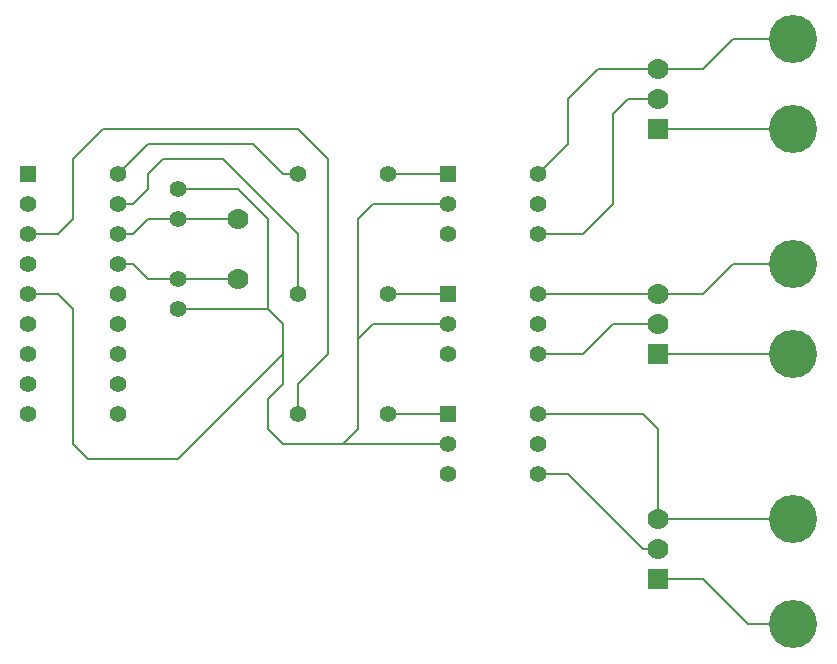
<source format=gbl>
G04 (created by PCBNEW-RS274X (2012-apr-16-27)-stable) date lun 31 mar 2014 00:38:12 ART*
G01*
G70*
G90*
%MOIN*%
G04 Gerber Fmt 3.4, Leading zero omitted, Abs format*
%FSLAX34Y34*%
G04 APERTURE LIST*
%ADD10C,0.006000*%
%ADD11C,0.070000*%
%ADD12R,0.070000X0.070000*%
%ADD13C,0.055000*%
%ADD14R,0.055000X0.055000*%
%ADD15C,0.160000*%
%ADD16C,0.008000*%
G04 APERTURE END LIST*
G54D10*
G54D11*
X49500Y-20000D03*
X49500Y-21000D03*
G54D12*
X49500Y-22000D03*
G54D11*
X49500Y-27500D03*
X49500Y-28500D03*
G54D12*
X49500Y-29500D03*
G54D11*
X49500Y-35000D03*
X49500Y-36000D03*
G54D12*
X49500Y-37000D03*
G54D13*
X37500Y-23500D03*
X40500Y-23500D03*
X37500Y-27500D03*
X40500Y-27500D03*
X37500Y-31500D03*
X40500Y-31500D03*
G54D14*
X42500Y-23500D03*
G54D13*
X42500Y-24500D03*
X42500Y-25500D03*
X45500Y-25500D03*
X45500Y-24500D03*
X45500Y-23500D03*
G54D14*
X42500Y-27500D03*
G54D13*
X42500Y-28500D03*
X42500Y-29500D03*
X45500Y-29500D03*
X45500Y-28500D03*
X45500Y-27500D03*
G54D14*
X42500Y-31500D03*
G54D13*
X42500Y-32500D03*
X42500Y-33500D03*
X45500Y-33500D03*
X45500Y-32500D03*
X45500Y-31500D03*
G54D14*
X28500Y-23500D03*
G54D13*
X28500Y-24500D03*
X28500Y-25500D03*
X28500Y-26500D03*
X28500Y-27500D03*
X28500Y-28500D03*
X28500Y-29500D03*
X28500Y-30500D03*
X28500Y-31500D03*
X31500Y-31500D03*
X31500Y-30500D03*
X31500Y-29500D03*
X31500Y-28500D03*
X31500Y-27500D03*
X31500Y-26500D03*
X31500Y-25500D03*
X31500Y-24500D03*
X31500Y-23500D03*
G54D15*
X54000Y-19000D03*
X54000Y-22000D03*
X54000Y-26500D03*
X54000Y-29500D03*
X54000Y-35000D03*
X54000Y-38500D03*
G54D11*
X35500Y-27000D03*
X35500Y-25000D03*
G54D13*
X33500Y-25000D03*
X33500Y-24000D03*
X33500Y-27000D03*
X33500Y-28000D03*
G54D16*
X35500Y-24000D02*
X36500Y-25000D01*
X39500Y-29000D02*
X40000Y-28500D01*
X36500Y-28000D02*
X37000Y-28500D01*
X36500Y-28000D02*
X33500Y-28000D01*
X36500Y-25000D02*
X36500Y-28000D01*
X33500Y-24000D02*
X35500Y-24000D01*
X37000Y-28500D02*
X37000Y-29000D01*
X37000Y-29500D02*
X37000Y-29000D01*
X33500Y-33000D02*
X37000Y-29500D01*
X30500Y-33000D02*
X33500Y-33000D01*
X30000Y-32500D02*
X30500Y-33000D01*
X30000Y-28000D02*
X30000Y-32500D01*
X29500Y-27500D02*
X30000Y-28000D01*
X28500Y-27500D02*
X29500Y-27500D01*
X40000Y-28500D02*
X42500Y-28500D01*
X39000Y-32500D02*
X39500Y-32000D01*
X39500Y-32000D02*
X39500Y-29000D01*
X39500Y-29000D02*
X39500Y-25000D01*
X39500Y-25000D02*
X40000Y-24500D01*
X40000Y-24500D02*
X42500Y-24500D01*
X37000Y-29500D02*
X37000Y-30500D01*
X39000Y-32500D02*
X42500Y-32500D01*
X37000Y-32500D02*
X39000Y-32500D01*
X36500Y-32000D02*
X37000Y-32500D01*
X36500Y-31000D02*
X36500Y-32000D01*
X37000Y-30500D02*
X36500Y-31000D01*
X37500Y-25500D02*
X35000Y-23000D01*
X35000Y-23000D02*
X33000Y-23000D01*
X33000Y-23000D02*
X32500Y-23500D01*
X32500Y-23500D02*
X32500Y-24000D01*
X32500Y-24000D02*
X32000Y-24500D01*
X32000Y-24500D02*
X31500Y-24500D01*
X37500Y-27500D02*
X37500Y-25500D01*
X40500Y-31500D02*
X42500Y-31500D01*
X45500Y-31500D02*
X49000Y-31500D01*
X49500Y-32000D02*
X49500Y-35000D01*
X49000Y-31500D02*
X49500Y-32000D01*
X49500Y-35000D02*
X54000Y-35000D01*
X40500Y-27500D02*
X42500Y-27500D01*
X40500Y-23500D02*
X42500Y-23500D01*
X47500Y-20000D02*
X49500Y-20000D01*
X46500Y-21000D02*
X47500Y-20000D01*
X46500Y-22500D02*
X46500Y-21000D01*
X45500Y-23500D02*
X46500Y-22500D01*
X51000Y-20000D02*
X52000Y-19000D01*
X49500Y-20000D02*
X51000Y-20000D01*
X52000Y-19000D02*
X54000Y-19000D01*
X49500Y-27500D02*
X51000Y-27500D01*
X51000Y-27500D02*
X52000Y-26500D01*
X52000Y-26500D02*
X54000Y-26500D01*
X45500Y-27500D02*
X49500Y-27500D01*
X31500Y-23500D02*
X32500Y-22500D01*
X32500Y-22500D02*
X36000Y-22500D01*
X36000Y-22500D02*
X37000Y-23500D01*
X37000Y-23500D02*
X37500Y-23500D01*
X49500Y-22000D02*
X54000Y-22000D01*
X45500Y-33500D02*
X46500Y-33500D01*
X46500Y-33500D02*
X49000Y-36000D01*
X49000Y-36000D02*
X49500Y-36000D01*
X49500Y-37000D02*
X51000Y-37000D01*
X51000Y-37000D02*
X52500Y-38500D01*
X52500Y-38500D02*
X54000Y-38500D01*
X45500Y-29500D02*
X47000Y-29500D01*
X47000Y-29500D02*
X48000Y-28500D01*
X48000Y-28500D02*
X49500Y-28500D01*
X49500Y-29500D02*
X54000Y-29500D01*
X47000Y-25500D02*
X48000Y-24500D01*
X48000Y-24500D02*
X48000Y-21500D01*
X48000Y-21500D02*
X48500Y-21000D01*
X48500Y-21000D02*
X49500Y-21000D01*
X45500Y-25500D02*
X47000Y-25500D01*
X31000Y-22000D02*
X30000Y-23000D01*
X29500Y-25500D02*
X28500Y-25500D01*
X30000Y-25000D02*
X29500Y-25500D01*
X30000Y-23000D02*
X30000Y-25000D01*
X37500Y-22000D02*
X31000Y-22000D01*
X38500Y-23000D02*
X37500Y-22000D01*
X38500Y-29500D02*
X38500Y-23000D01*
X37500Y-30500D02*
X38500Y-29500D01*
X37500Y-31500D02*
X37500Y-30500D01*
X31500Y-25500D02*
X32000Y-25500D01*
X32000Y-25500D02*
X32500Y-25000D01*
X32500Y-25000D02*
X35500Y-25000D01*
X35500Y-27000D02*
X33500Y-27000D01*
X33500Y-27000D02*
X32500Y-27000D01*
X32500Y-27000D02*
X32000Y-26500D01*
X32000Y-26500D02*
X31500Y-26500D01*
M02*

</source>
